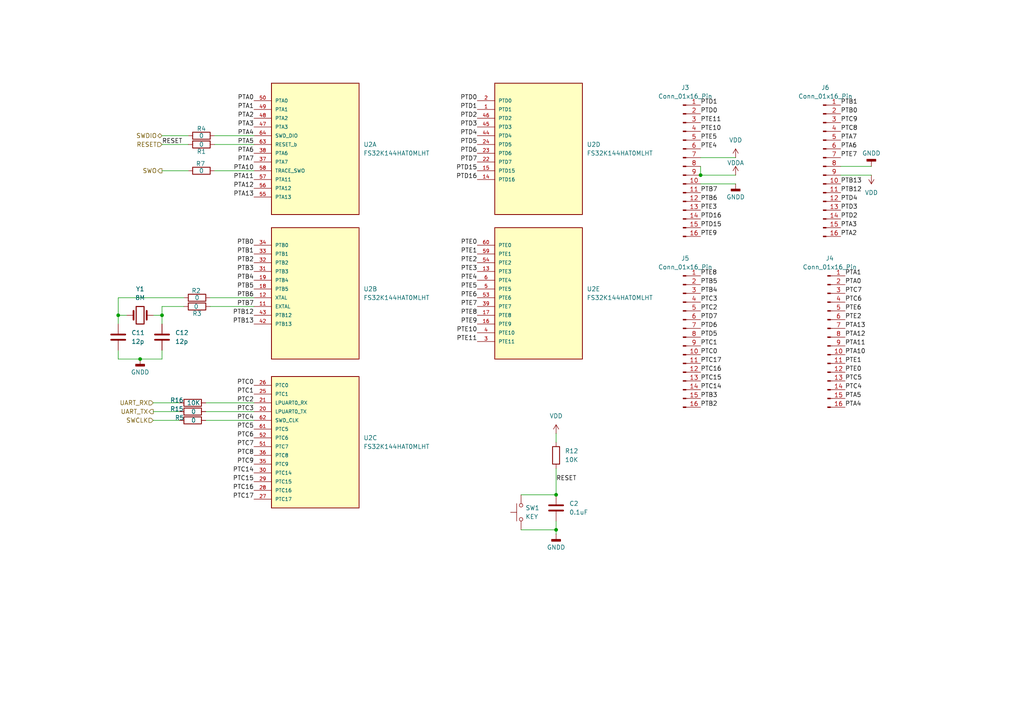
<source format=kicad_sch>
(kicad_sch (version 20231120) (generator "eeschema") (generator_version "8.0")
  (paper "A4")
  (title_block (company "WTMEC"))
  (lib_symbols
    (symbol "Connector:Conn_01x16_Pin" (pin_names (offset 1.016) hide)
      (property "Reference" "J" (at 0 20.32 0))
      (property "Value" "Conn_01x16_Pin" (at 0 -22.86 0))
      (symbol "Conn_01x16_Pin_1_1"
        (polyline (pts (xy 1.27 -20.32) (xy 0.8636 -20.32)) (stroke (width 0.1524)))
        (polyline (pts (xy 1.27 -17.78) (xy 0.8636 -17.78)) (stroke (width 0.1524)))
        (polyline (pts (xy 1.27 -15.24) (xy 0.8636 -15.24)) (stroke (width 0.1524)))
        (polyline (pts (xy 1.27 -12.7) (xy 0.8636 -12.7)) (stroke (width 0.1524)))
        (polyline (pts (xy 1.27 -10.16) (xy 0.8636 -10.16)) (stroke (width 0.1524)))
        (polyline (pts (xy 1.27 -7.62) (xy 0.8636 -7.62)) (stroke (width 0.1524)))
        (polyline (pts (xy 1.27 -5.08) (xy 0.8636 -5.08)) (stroke (width 0.1524)))
        (polyline (pts (xy 1.27 -2.54) (xy 0.8636 -2.54)) (stroke (width 0.1524)))
        (polyline (pts (xy 1.27 0) (xy 0.8636 0)) (stroke (width 0.1524)))
        (polyline (pts (xy 1.27 2.54) (xy 0.8636 2.54)) (stroke (width 0.1524)))
        (polyline (pts (xy 1.27 5.08) (xy 0.8636 5.08)) (stroke (width 0.1524)))
        (polyline (pts (xy 1.27 7.62) (xy 0.8636 7.62)) (stroke (width 0.1524)))
        (polyline (pts (xy 1.27 10.16) (xy 0.8636 10.16)) (stroke (width 0.1524)))
        (polyline (pts (xy 1.27 12.7) (xy 0.8636 12.7)) (stroke (width 0.1524)))
        (polyline (pts (xy 1.27 15.24) (xy 0.8636 15.24)) (stroke (width 0.1524)))
        (polyline (pts (xy 1.27 17.78) (xy 0.8636 17.78)) (stroke (width 0.1524)))
        (rectangle (start 0.8636 -20.193) (end 0 -20.447) (stroke (width 0.1524)) (fill (type outline)))
        (rectangle (start 0.8636 -17.653) (end 0 -17.907) (stroke (width 0.1524)) (fill (type outline)))
        (rectangle (start 0.8636 -15.113) (end 0 -15.367) (stroke (width 0.1524)) (fill (type outline)))
        (rectangle (start 0.8636 -12.573) (end 0 -12.827) (stroke (width 0.1524)) (fill (type outline)))
        (rectangle (start 0.8636 -10.033) (end 0 -10.287) (stroke (width 0.1524)) (fill (type outline)))
        (rectangle (start 0.8636 -7.493) (end 0 -7.747) (stroke (width 0.1524)) (fill (type outline)))
        (rectangle (start 0.8636 -4.953) (end 0 -5.207) (stroke (width 0.1524)) (fill (type outline)))
        (rectangle (start 0.8636 -2.413) (end 0 -2.667) (stroke (width 0.1524)) (fill (type outline)))
        (rectangle (start 0.8636 0.127) (end 0 -0.127) (stroke (width 0.1524)) (fill (type outline)))
        (rectangle (start 0.8636 2.667) (end 0 2.413) (stroke (width 0.1524)) (fill (type outline)))
        (rectangle (start 0.8636 5.207) (end 0 4.953) (stroke (width 0.1524)) (fill (type outline)))
        (rectangle (start 0.8636 7.747) (end 0 7.493) (stroke (width 0.1524)) (fill (type outline)))
        (rectangle (start 0.8636 10.287) (end 0 10.033) (stroke (width 0.1524)) (fill (type outline)))
        (rectangle (start 0.8636 12.827) (end 0 12.573) (stroke (width 0.1524)) (fill (type outline)))
        (rectangle (start 0.8636 15.367) (end 0 15.113) (stroke (width 0.1524)) (fill (type outline)))
        (rectangle (start 0.8636 17.907) (end 0 17.653) (stroke (width 0.1524)) (fill (type outline)))
        (pin passive line (at 5.08 17.78 180) (length 3.81) (name "Pin_1") (number "1"))
        (pin passive line (at 5.08 -5.08 180) (length 3.81) (name "Pin_10") (number "10"))
        (pin passive line (at 5.08 -7.62 180) (length 3.81) (name "Pin_11") (number "11"))
        (pin passive line (at 5.08 -10.16 180) (length 3.81) (name "Pin_12") (number "12"))
        (pin passive line (at 5.08 -12.7 180) (length 3.81) (name "Pin_13") (number "13"))
        (pin passive line (at 5.08 -15.24 180) (length 3.81) (name "Pin_14") (number "14"))
        (pin passive line (at 5.08 -17.78 180) (length 3.81) (name "Pin_15") (number "15"))
        (pin passive line (at 5.08 -20.32 180) (length 3.81) (name "Pin_16") (number "16"))
        (pin passive line (at 5.08 15.24 180) (length 3.81) (name "Pin_2") (number "2"))
        (pin passive line (at 5.08 12.7 180) (length 3.81) (name "Pin_3") (number "3"))
        (pin passive line (at 5.08 10.16 180) (length 3.81) (name "Pin_4") (number "4"))
        (pin passive line (at 5.08 7.62 180) (length 3.81) (name "Pin_5") (number "5"))
        (pin passive line (at 5.08 5.08 180) (length 3.81) (name "Pin_6") (number "6"))
        (pin passive line (at 5.08 2.54 180) (length 3.81) (name "Pin_7") (number "7"))
        (pin passive line (at 5.08 0 180) (length 3.81) (name "Pin_8") (number "8"))
        (pin passive line (at 5.08 -2.54 180) (length 3.81) (name "Pin_9") (number "9"))
      )
    )
    (symbol "Device:C" (pin_numbers hide) (pin_names (offset 0.254))
      (property "Reference" "C" (at 0.635 2.54 0))
      (property "Value" "C" (at 0.635 -2.54 0))
      (symbol "C_0_1"
        (polyline (pts (xy -2.032 -0.762) (xy 2.032 -0.762)) (stroke (width 0.508)))
        (polyline (pts (xy -2.032 0.762) (xy 2.032 0.762)) (stroke (width 0.508)))
      )
      (symbol "C_1_1"
        (pin passive line (at 0 3.81 270) (length 2.794) (name "~") (number "1"))
        (pin passive line (at 0 -3.81 90) (length 2.794) (name "~") (number "2"))
      )
    )
    (symbol "Device:Crystal" (pin_numbers hide) (pin_names (offset 1.016) hide)
      (property "Reference" "Y" (at 0 3.81 0))
      (property "Value" "Crystal" (at 0 -3.81 0))
      (symbol "Crystal_0_1"
        (rectangle (start -1.143 2.54) (end 1.143 -2.54) (stroke (width 0.3048)))
        (polyline (pts (xy -2.54 0) (xy -1.905 0)))
        (polyline (pts (xy -1.905 -1.27) (xy -1.905 1.27)) (stroke (width 0.508)))
        (polyline (pts (xy 1.905 -1.27) (xy 1.905 1.27)) (stroke (width 0.508)))
        (polyline (pts (xy 2.54 0) (xy 1.905 0)))
      )
      (symbol "Crystal_1_1"
        (pin passive line (at -3.81 0 0) (length 1.27) (name "1") (number "1"))
        (pin passive line (at 3.81 0 180) (length 1.27) (name "2") (number "2"))
      )
    )
    (symbol "Device:R" (pin_numbers hide) (pin_names (offset 0))
      (property "Reference" "R" (at 2.032 0 90))
      (property "Value" "R" (at 0 0 90))
      (symbol "R_0_1"
        (rectangle (start -1.016 -2.54) (end 1.016 2.54) (stroke (width 0.254)))
      )
      (symbol "R_1_1"
        (pin passive line (at 0 3.81 270) (length 1.27) (name "~") (number "1"))
        (pin passive line (at 0 -3.81 90) (length 1.27) (name "~") (number "2"))
      )
    )
    (symbol "MCU_NXP_S32K1:FS32K144HAT0MLHT" (pin_names (offset 1.016))
      (property "Reference" "U" (at -12.192 39.624 0))
      (property "Value" "FS32K144HAT0MLHT" (at -12.7 -1.016 0))
      (symbol "FS32K144HAT0MLHT_1_0"
        (rectangle (start -12.7 38.1) (end 12.7 0) (stroke (width 0.254)) (fill (type background)))
        (pin bidirectional line (at -17.78 15.24 0) (length 5.08) (name "PTA7") (number "37"))
        (pin bidirectional line (at -17.78 17.78 0) (length 5.08) (name "PTA6") (number "38"))
        (pin bidirectional line (at -17.78 25.4 0) (length 5.08) (name "PTA3") (number "47") (alternate "LPUART0_TX" bidirectional line))
        (pin bidirectional line (at -17.78 27.94 0) (length 5.08) (name "PTA2") (number "48") (alternate "LPUART0_RX" bidirectional line))
        (pin bidirectional line (at -17.78 30.48 0) (length 5.08) (name "PTA1") (number "49"))
        (pin bidirectional line (at -17.78 33.02 0) (length 5.08) (name "PTA0") (number "50"))
        (pin bidirectional line (at -17.78 5.08 0) (length 5.08) (name "PTA13") (number "55"))
        (pin bidirectional line (at -17.78 7.62 0) (length 5.08) (name "PTA12") (number "56"))
        (pin bidirectional line (at -17.78 10.16 0) (length 5.08) (name "PTA11") (number "57"))
        (pin bidirectional line (at -17.78 12.7 0) (length 5.08) (name "PTA10") (number "58") (alternate "TRACE_SWO" bidirectional line))
        (pin bidirectional line (at -17.78 20.32 0) (length 5.08) (name "PTA5") (number "63") (alternate "RESET_b" bidirectional line))
        (pin bidirectional line (at -17.78 22.86 0) (length 5.08) (name "PTA4") (number "64") (alternate "SWD_DIO" bidirectional line))
      )
      (symbol "FS32K144HAT0MLHT_2_0"
        (rectangle (start -12.7 38.1) (end 12.7 0) (stroke (width 0.254)) (fill (type background)))
        (pin bidirectional line (at -17.78 15.24 0) (length 5.08) (name "PTB7") (number "11") (alternate "EXTAL" bidirectional line))
        (pin bidirectional line (at -17.78 17.78 0) (length 5.08) (name "PTB6") (number "12") (alternate "XTAL" bidirectional line))
        (pin bidirectional line (at -17.78 20.32 0) (length 5.08) (name "PTB5") (number "18"))
        (pin bidirectional line (at -17.78 22.86 0) (length 5.08) (name "PTB4") (number "19"))
        (pin bidirectional line (at -17.78 25.4 0) (length 5.08) (name "PTB3") (number "31"))
        (pin bidirectional line (at -17.78 27.94 0) (length 5.08) (name "PTB2") (number "32"))
        (pin bidirectional line (at -17.78 30.48 0) (length 5.08) (name "PTB1") (number "33") (alternate "LPUART0_TX" bidirectional line))
        (pin bidirectional line (at -17.78 33.02 0) (length 5.08) (name "PTB0") (number "34") (alternate "LPUART0_RX" bidirectional line))
        (pin bidirectional line (at -17.78 10.16 0) (length 5.08) (name "PTB13") (number "42"))
        (pin bidirectional line (at -17.78 12.7 0) (length 5.08) (name "PTB12") (number "43"))
      )
      (symbol "FS32K144HAT0MLHT_3_0"
        (rectangle (start -12.7 38.1) (end 12.7 0) (stroke (width 0.254)) (fill (type background)))
        (pin bidirectional line (at -17.78 27.94 0) (length 5.08) (name "PTC3") (number "20") (alternate "LPUART0_TX" bidirectional line))
        (pin bidirectional line (at -17.78 30.48 0) (length 5.08) (name "PTC2") (number "21") (alternate "LPUART0_RX" bidirectional line))
        (pin bidirectional line (at -17.78 33.02 0) (length 5.08) (name "PTC1") (number "25"))
        (pin bidirectional line (at -17.78 35.56 0) (length 5.08) (name "PTC0") (number "26"))
        (pin bidirectional line (at -17.78 2.54 0) (length 5.08) (name "PTC17") (number "27"))
        (pin bidirectional line (at -17.78 5.08 0) (length 5.08) (name "PTC16") (number "28"))
        (pin bidirectional line (at -17.78 7.62 0) (length 5.08) (name "PTC15") (number "29"))
        (pin bidirectional line (at -17.78 10.16 0) (length 5.08) (name "PTC14") (number "30"))
        (pin bidirectional line (at -17.78 12.7 0) (length 5.08) (name "PTC9") (number "35"))
        (pin bidirectional line (at -17.78 15.24 0) (length 5.08) (name "PTC8") (number "36"))
        (pin bidirectional line (at -17.78 17.78 0) (length 5.08) (name "PTC7") (number "51"))
        (pin bidirectional line (at -17.78 20.32 0) (length 5.08) (name "PTC6") (number "52"))
        (pin bidirectional line (at -17.78 22.86 0) (length 5.08) (name "PTC5") (number "61"))
        (pin bidirectional line (at -17.78 25.4 0) (length 5.08) (name "PTC4") (number "62") (alternate "SWD_CLK" bidirectional line))
      )
      (symbol "FS32K144HAT0MLHT_4_0"
        (rectangle (start -12.7 38.1) (end 12.7 0) (stroke (width 0.254)) (fill (type background)))
        (pin bidirectional line (at -17.78 30.48 0) (length 5.08) (name "PTD1") (number "1"))
        (pin bidirectional line (at -17.78 10.16 0) (length 5.08) (name "PTD16") (number "14"))
        (pin bidirectional line (at -17.78 12.7 0) (length 5.08) (name "PTD15") (number "15"))
        (pin bidirectional line (at -17.78 33.02 0) (length 5.08) (name "PTD0") (number "2"))
        (pin bidirectional line (at -17.78 15.24 0) (length 5.08) (name "PTD7") (number "22"))
        (pin bidirectional line (at -17.78 17.78 0) (length 5.08) (name "PTD6") (number "23"))
        (pin bidirectional line (at -17.78 20.32 0) (length 5.08) (name "PTD5") (number "24"))
        (pin bidirectional line (at -17.78 22.86 0) (length 5.08) (name "PTD4") (number "44"))
        (pin bidirectional line (at -17.78 25.4 0) (length 5.08) (name "PTD3") (number "45"))
        (pin bidirectional line (at -17.78 27.94 0) (length 5.08) (name "PTD2") (number "46"))
      )
      (symbol "FS32K144HAT0MLHT_5_0"
        (rectangle (start -12.7 38.1) (end 12.7 0) (stroke (width 0.254)) (fill (type background)))
        (pin bidirectional line (at -17.78 25.4 0) (length 5.08) (name "PTE3") (number "13"))
        (pin bidirectional line (at -17.78 10.16 0) (length 5.08) (name "PTE9") (number "16"))
        (pin bidirectional line (at -17.78 12.7 0) (length 5.08) (name "PTE8") (number "17"))
        (pin bidirectional line (at -17.78 5.08 0) (length 5.08) (name "PTE11") (number "3"))
        (pin bidirectional line (at -17.78 15.24 0) (length 5.08) (name "PTE7") (number "39"))
        (pin bidirectional line (at -17.78 7.62 0) (length 5.08) (name "PTE10") (number "4"))
        (pin bidirectional line (at -17.78 20.32 0) (length 5.08) (name "PTE5") (number "5"))
        (pin bidirectional line (at -17.78 17.78 0) (length 5.08) (name "PTE6") (number "53"))
        (pin bidirectional line (at -17.78 27.94 0) (length 5.08) (name "PTE2") (number "54"))
        (pin bidirectional line (at -17.78 30.48 0) (length 5.08) (name "PTE1") (number "59"))
        (pin bidirectional line (at -17.78 22.86 0) (length 5.08) (name "PTE4") (number "6"))
        (pin bidirectional line (at -17.78 33.02 0) (length 5.08) (name "PTE0") (number "60"))
      )
      (symbol "FS32K144HAT0MLHT_6_0"
        (rectangle (start -12.7 38.1) (end 12.7 0) (stroke (width 0.254)) (fill (type background)))
        (pin power_in line (at -17.78 11.43 0) (length 5.08) (name "VSS") (number "10"))
        (pin power_in line (at -17.78 13.97 0) (length 5.08) (name "VSS") (number "40"))
        (pin power_in line (at -17.78 31.75 0) (length 5.08) (name "VDD") (number "41"))
        (pin power_in line (at -17.78 29.21 0) (length 5.08) (name "VDD") (number "7"))
        (pin power_in line (at 17.78 31.75 180) (length 5.08) (name "VDDA") (number "8"))
        (pin power_in line (at 17.78 13.97 180) (length 5.08) (name "VREFH") (number "9"))
      )
    )
    (symbol "Switch:SW_Push" (pin_numbers hide) (pin_names (offset 1.016) hide)
      (property "Reference" "SW" (at 1.27 2.54 0))
      (property "Value" "SW_Push" (at 0 -1.524 0))
      (symbol "SW_Push_0_1"
        (circle (center -2.032 0) (radius 0.508))
        (polyline (pts (xy 0 1.27) (xy 0 3.048)))
        (polyline (pts (xy 2.54 1.27) (xy -2.54 1.27)))
        (circle (center 2.032 0) (radius 0.508))
        (pin passive line (at -5.08 0 0) (length 2.54) (name "1") (number "1"))
        (pin passive line (at 5.08 0 180) (length 2.54) (name "2") (number "2"))
      )
    )
    (symbol "power:GNDD" (power) (pin_numbers hide) (pin_names (offset 0) hide)
      (property "Value" "GNDD" (at 0 -3.175 0))
      (symbol "GNDD_0_1"
        (rectangle (start -1.27 -1.524) (end 1.27 -2.032) (stroke (width 0.254)) (fill (type outline)))
        (polyline (pts (xy 0 0) (xy 0 -1.524)))
      )
      (symbol "GNDD_1_1"
        (pin power_in line (at 0 0 270) (length 0) (name "~") (number "1"))
      )
    )
    (symbol "power:VDD" (power) (pin_numbers hide) (pin_names (offset 0) hide)
      (property "Value" "VDD" (at 0 3.556 0))
      (symbol "VDD_0_1"
        (polyline (pts (xy -0.762 1.27) (xy 0 2.54)))
        (polyline (pts (xy 0 0) (xy 0 2.54)))
        (polyline (pts (xy 0 2.54) (xy 0.762 1.27)))
      )
      (symbol "VDD_1_1"
        (pin power_in line (at 0 0 90) (length 0) (name "~") (number "1"))
      )
    )
    (symbol "power:VDDA" (power) (pin_numbers hide) (pin_names (offset 0) hide)
      (property "Value" "VDDA" (at 0 3.556 0))
      (symbol "VDDA_0_1"
        (polyline (pts (xy -0.762 1.27) (xy 0 2.54)))
        (polyline (pts (xy 0 0) (xy 0 2.54)))
        (polyline (pts (xy 0 2.54) (xy 0.762 1.27)))
      )
      (symbol "VDDA_1_1"
        (pin power_in line (at 0 0 90) (length 0) (name "~") (number "1"))
      )
    )
  )
  (junction (at 34.29 91.44))
  (junction (at 203.2 50.8))
  (junction (at 46.99 91.44))
  (junction (at 40.64 104.14))
  (junction (at 161.29 153.67))
  (junction (at 161.29 143.51))
  (wire (pts (xy 151.13 153.67) (xy 161.29 153.67)))
  (wire (pts (xy 161.29 135.89) (xy 161.29 143.51)))
  (wire (pts (xy 46.99 88.9) (xy 46.99 91.44)))
  (wire (pts (xy 243.84 48.26) (xy 252.73 48.26)))
  (wire (pts (xy 60.96 88.9) (xy 73.66 88.9)))
  (wire (pts (xy 34.29 91.44) (xy 34.29 93.98)))
  (wire (pts (xy 44.45 121.92) (xy 52.07 121.92)))
  (wire (pts (xy 46.99 39.37) (xy 54.61 39.37)))
  (wire (pts (xy 203.2 45.72) (xy 213.36 45.72)))
  (wire (pts (xy 34.29 86.36) (xy 34.29 91.44)))
  (wire (pts (xy 60.96 86.36) (xy 73.66 86.36)))
  (wire (pts (xy 62.23 41.91) (xy 73.66 41.91)))
  (wire (pts (xy 161.29 125.73) (xy 161.29 128.27)))
  (wire (pts (xy 161.29 151.13) (xy 161.29 153.67)))
  (wire (pts (xy 59.69 119.38) (xy 73.66 119.38)))
  (wire (pts (xy 46.99 101.6) (xy 46.99 104.14)))
  (wire (pts (xy 44.45 91.44) (xy 46.99 91.44)))
  (wire (pts (xy 62.23 39.37) (xy 73.66 39.37)))
  (wire (pts (xy 46.99 41.91) (xy 54.61 41.91)))
  (wire (pts (xy 203.2 50.8) (xy 213.36 50.8)))
  (wire (pts (xy 40.64 104.14) (xy 34.29 104.14)))
  (wire (pts (xy 53.34 88.9) (xy 46.99 88.9)))
  (wire (pts (xy 53.34 86.36) (xy 34.29 86.36)))
  (wire (pts (xy 161.29 153.67) (xy 161.29 154.94)))
  (wire (pts (xy 203.2 53.34) (xy 213.36 53.34)))
  (wire (pts (xy 46.99 104.14) (xy 40.64 104.14)))
  (wire (pts (xy 36.83 91.44) (xy 34.29 91.44)))
  (wire (pts (xy 59.69 116.84) (xy 73.66 116.84)))
  (wire (pts (xy 151.13 143.51) (xy 161.29 143.51)))
  (wire (pts (xy 46.99 91.44) (xy 46.99 93.98)))
  (wire (pts (xy 203.2 48.26) (xy 203.2 50.8)))
  (wire (pts (xy 44.45 119.38) (xy 52.07 119.38)))
  (wire (pts (xy 62.23 49.53) (xy 73.66 49.53)))
  (wire (pts (xy 34.29 104.14) (xy 34.29 101.6)))
  (wire (pts (xy 243.84 50.8) (xy 252.73 50.8)))
  (wire (pts (xy 59.69 121.92) (xy 73.66 121.92)))
  (wire (pts (xy 46.99 49.53) (xy 54.61 49.53)))
  (wire (pts (xy 44.45 116.84) (xy 52.07 116.84)))
  (label "PTA0" (at 245.11 82.55 0))
  (label "PTC15" (at 203.2 110.49 0))
  (label "PTB5" (at 203.2 82.55 0))
  (label "PTB13" (at 73.66 93.98 180))
  (label "PTC15" (at 73.66 139.7 180))
  (label "PTB2" (at 73.66 76.2 180))
  (label "PTC6" (at 73.66 127 180))
  (label "PTD4" (at 243.84 58.42 0))
  (label "PTE5" (at 138.43 83.82 180))
  (label "PTC1" (at 73.66 114.3 180))
  (label "PTA3" (at 73.66 36.83 180))
  (label "PTE9" (at 203.2 68.58 0))
  (label "PTD6" (at 138.43 44.45 180))
  (label "PTD5" (at 203.2 97.79 0))
  (label "PTA13" (at 73.66 57.15 180))
  (label "PTE2" (at 138.43 76.2 180))
  (label "PTD3" (at 138.43 36.83 180))
  (label "PTC7" (at 73.66 129.54 180))
  (label "PTE8" (at 138.43 91.44 180))
  (label "PTC2" (at 73.66 116.84 180))
  (label "PTC9" (at 243.84 35.56 0))
  (label "PTE6" (at 138.43 86.36 180))
  (label "PTE2" (at 245.11 92.71 0))
  (label "PTB6" (at 203.2 58.42 0))
  (label "PTC4" (at 73.66 121.92 180))
  (label "PTA12" (at 73.66 54.61 180))
  (label "PTE11" (at 138.43 99.06 180))
  (label "PTD7" (at 203.2 92.71 0))
  (label "PTE4" (at 138.43 81.28 180))
  (label "PTA12" (at 245.11 97.79 0))
  (label "PTC9" (at 73.66 134.62 180))
  (label "PTB12" (at 73.66 91.44 180))
  (label "PTC16" (at 203.2 107.95 0))
  (label "PTC3" (at 73.66 119.38 180))
  (label "PTA10" (at 73.66 49.53 180))
  (label "PTA5" (at 73.66 41.91 180))
  (label "PTC16" (at 73.66 142.24 180))
  (label "PTC8" (at 243.84 38.1 0))
  (label "PTA4" (at 245.11 118.11 0))
  (label "PTE0" (at 138.43 71.12 180))
  (label "PTE1" (at 138.43 73.66 180))
  (label "PTE7" (at 243.84 45.72 0))
  (label "PTC17" (at 73.66 144.78 180))
  (label "PTA11" (at 245.11 100.33 0))
  (label "PTE10" (at 203.2 38.1 0))
  (label "PTB3" (at 203.2 115.57 0))
  (label "PTD7" (at 138.43 46.99 180))
  (label "PTA6" (at 73.66 44.45 180))
  (label "PTA3" (at 243.84 66.04 0))
  (label "PTC2" (at 203.2 90.17 0))
  (label "PTB0" (at 243.84 33.02 0))
  (label "RESET" (at 161.29 139.7 0))
  (label "PTD3" (at 243.84 60.96 0))
  (label "PTD1" (at 203.2 30.48 0))
  (label "PTC4" (at 245.11 113.03 0))
  (label "PTD15" (at 138.43 49.53 180))
  (label "PTB1" (at 73.66 73.66 180))
  (label "PTE7" (at 138.43 88.9 180))
  (label "PTE11" (at 203.2 35.56 0))
  (label "PTC1" (at 203.2 100.33 0))
  (label "PTA7" (at 73.66 46.99 180))
  (label "PTA0" (at 73.66 29.21 180))
  (label "PTB1" (at 243.84 30.48 0))
  (label "PTA2" (at 243.84 68.58 0))
  (label "PTC17" (at 203.2 105.41 0))
  (label "PTE3" (at 203.2 60.96 0))
  (label "PTB12" (at 243.84 55.88 0))
  (label "PTB2" (at 203.2 118.11 0))
  (label "PTB0" (at 73.66 71.12 180))
  (label "PTE9" (at 138.43 93.98 180))
  (label "PTA6" (at 243.84 43.18 0))
  (label "PTE1" (at 245.11 105.41 0))
  (label "PTB6" (at 73.66 86.36 180))
  (label "PTD0" (at 203.2 33.02 0))
  (label "PTD1" (at 138.43 31.75 180))
  (label "PTA2" (at 73.66 34.29 180))
  (label "PTC14" (at 203.2 113.03 0))
  (label "PTA10" (at 245.11 102.87 0))
  (label "PTB4" (at 203.2 85.09 0))
  (label "PTD5" (at 138.43 41.91 180))
  (label "PTC7" (at 245.11 85.09 0))
  (label "RESET" (at 46.99 41.91 0))
  (label "PTB13" (at 243.84 53.34 0))
  (label "PTC6" (at 245.11 87.63 0))
  (label "PTC0" (at 203.2 102.87 0))
  (label "PTC3" (at 203.2 87.63 0))
  (label "PTE0" (at 245.11 107.95 0))
  (label "PTA11" (at 73.66 52.07 180))
  (label "PTB3" (at 73.66 78.74 180))
  (label "PTA13" (at 245.11 95.25 0))
  (label "PTD4" (at 138.43 39.37 180))
  (label "PTC5" (at 245.11 110.49 0))
  (label "PTE3" (at 138.43 78.74 180))
  (label "PTB7" (at 73.66 88.9 180))
  (label "PTA1" (at 73.66 31.75 180))
  (label "PTD6" (at 203.2 95.25 0))
  (label "PTE8" (at 203.2 80.01 0))
  (label "PTD15" (at 203.2 66.04 0))
  (label "PTD2" (at 243.84 63.5 0))
  (label "PTC14" (at 73.66 137.16 180))
  (label "PTD16" (at 203.2 63.5 0))
  (label "PTA7" (at 243.84 40.64 0))
  (label "PTD0" (at 138.43 29.21 180))
  (label "PTB4" (at 73.66 81.28 180))
  (label "PTE5" (at 203.2 40.64 0))
  (label "PTB7" (at 203.2 55.88 0))
  (label "PTE6" (at 245.11 90.17 0))
  (label "PTB5" (at 73.66 83.82 180))
  (label "PTC5" (at 73.66 124.46 180))
  (label "PTA1" (at 245.11 80.01 0))
  (label "PTE4" (at 203.2 43.18 0))
  (label "PTD16" (at 138.43 52.07 180))
  (label "PTC0" (at 73.66 111.76 180))
  (label "PTC8" (at 73.66 132.08 180))
  (label "PTA5" (at 245.11 115.57 0))
  (label "PTA4" (at 73.66 39.37 180))
  (label "PTD2" (at 138.43 34.29 180))
  (label "PTE10" (at 138.43 96.52 180))
  (hierarchical_label "SWDIO" (shape bidirectional) (at 46.99 39.37 180))
  (hierarchical_label "UART_TX" (shape output) (at 44.45 119.38 180))
  (hierarchical_label "UART_RX" (shape input) (at 44.45 116.84 180))
  (hierarchical_label "RESET" (shape input) (at 46.99 41.91 180))
  (hierarchical_label "SWO" (shape output) (at 46.99 49.53 180))
  (hierarchical_label "SWCLK" (shape input) (at 44.45 121.92 180))
  (symbol (lib_id "Connector:Conn_01x16_Pin") (at 240.03 97.79 0) (unit 1)
    (property "Reference" "J4" (at 240.665 74.93 0))
    (property "Value" "Conn_01x16_Pin" (at 240.665 77.47 0))
    (property "Footprint" "Connector_PinHeader_2.54mm:PinHeader_2x08_P2.54mm_Vertical" (effects (hide yes)))
    (property "Description" "Generic connector, single row, 01x16, script generated" (effects (hide yes)))
  )
  (symbol (lib_id "power:GNDD") (at 161.29 154.94 0) (unit 1)
    (property "Reference" "#PWR07" (effects (hide yes)))
    (property "Value" "GNDD" (at 161.29 158.75 0))
    (property "Description" "Power symbol creates a global label with name \"GNDD\" , digital ground" (effects (hide yes)))
  )
  (symbol (lib_id "power:VDD") (at 252.73 50.8 0) (mirror x) (unit 1)
    (property "Reference" "#PWR011" (effects (hide yes)))
    (property "Value" "VDD" (at 252.73 55.88 0))
    (property "Description" "Power symbol creates a global label with name \"VDD\"" (effects (hide yes)))
  )
  (symbol (lib_id "power:GNDD") (at 213.36 53.34 0) (unit 1)
    (property "Reference" "#PWR010" (effects (hide yes)))
    (property "Value" "GNDD" (at 213.36 57.15 0))
    (property "Description" "Power symbol creates a global label with name \"GNDD\" , digital ground" (effects (hide yes)))
  )
  (symbol (lib_id "MCU_NXP_S32K1:FS32K144HAT0MLHT") (at 91.44 62.23 0) (unit 1)
    (property "Reference" "U2" (at 105.41 41.9099 0) (effects (justify left)))
    (property "Value" "FS32K144HAT0MLHT" (at 105.41 44.4499 0) (effects (justify left)))
    (property "Footprint" "Package_QFP:LQFP-64_10x10mm_P0.5mm" (effects (hide yes)))
    (property "Datasheet" "https://www.nxp.com/docs/en/data-sheet/S32K1xx.pdf" (effects (hide yes)))
    (property "Description" "ARM® Cortex®-M4F S32K Microcontroller IC 32-Bit Single-Core 80MHz 512KB (512K x 8) FLASH 64-LQFP (10x10)" (effects (hide yes)))
    (property "MANUFACTURER" "NXP Semiconductors" (effects (hide yes)))
    (property "MAXIMUM_PACKAGE_HEIGHT" "1.6mm" (effects (hide yes)))
    (property "Package" "LQFP-64 NXP" (effects (hide yes)))
    (property "STANDARD" "IPC-7351B" (effects (hide yes)))
    (pin "64" (alternate "SWD_DIO"))
    (pin "63" (alternate "RESET_b"))
    (pin "58" (alternate "TRACE_SWO"))
  )
  (symbol (lib_id "power:GNDD") (at 252.73 48.26 0) (mirror x) (unit 1)
    (property "Reference" "#PWR012" (effects (hide yes)))
    (property "Value" "GNDD" (at 252.73 44.45 0))
    (property "Description" "Power symbol creates a global label with name \"GNDD\" , digital ground" (effects (hide yes)))
  )
  (symbol (lib_id "power:GNDD") (at 40.64 104.14 0) (unit 1)
    (property "Reference" "#PWR05" (effects (hide yes)))
    (property "Value" "GNDD" (at 40.64 107.95 0))
    (property "Description" "Power symbol creates a global label with name \"GNDD\" , digital ground" (effects (hide yes)))
  )
  (symbol (lib_id "Switch:SW_Push") (at 151.13 148.59 90) (unit 1)
    (property "Reference" "SW1" (at 152.4 147.3199 90) (effects (justify right)))
    (property "Value" "KEY" (at 152.4 149.8599 90) (effects (justify right)))
    (property "Footprint" "Button_Switch_THT:SW_PUSH_6mm_H4.3mm" (effects (hide yes)))
    (property "Description" "Push button switch, generic, two pins" (effects (hide yes)))
  )
  (symbol (lib_id "Connector:Conn_01x16_Pin") (at 198.12 97.79 0) (unit 1)
    (property "Reference" "J5" (at 198.755 74.93 0))
    (property "Value" "Conn_01x16_Pin" (at 198.755 77.47 0))
    (property "Footprint" "Connector_PinHeader_2.54mm:PinHeader_2x08_P2.54mm_Vertical" (effects (hide yes)))
    (property "Description" "Generic connector, single row, 01x16, script generated" (effects (hide yes)))
  )
  (symbol (lib_id "Device:C") (at 34.29 97.79 0) (unit 1)
    (property "Reference" "C11" (at 38.1 96.5199 0) (effects (justify left)))
    (property "Value" "12p" (at 38.1 99.0599 0) (effects (justify left)))
    (property "Footprint" "Capacitor_SMD:C_0805_2012Metric" (effects (hide yes)))
    (property "Description" "Unpolarized capacitor" (effects (hide yes)))
  )
  (symbol (lib_id "Device:C") (at 46.99 97.79 0) (unit 1)
    (property "Reference" "C12" (at 50.8 96.5199 0) (effects (justify left)))
    (property "Value" "12p" (at 50.8 99.0599 0) (effects (justify left)))
    (property "Footprint" "Capacitor_SMD:C_0805_2012Metric" (effects (hide yes)))
    (property "Description" "Unpolarized capacitor" (effects (hide yes)))
  )
  (symbol (lib_id "Device:R") (at 55.88 116.84 90) (unit 1)
    (property "Reference" "R16" (at 51.308 116.078 90))
    (property "Value" "10K" (at 56.134 116.84 90))
    (property "Footprint" "Resistor_SMD:R_0805_2012Metric" (effects (hide yes)))
    (property "Description" "Resistor" (effects (hide yes)))
  )
  (symbol (lib_id "Device:Crystal") (at 40.64 91.44 0) (unit 1)
    (property "Reference" "Y1" (at 40.64 83.82 0))
    (property "Value" "8M" (at 40.64 86.36 0))
    (property "Footprint" "Crystal:Crystal_HC49-4H_Vertical" (effects (hide yes)))
    (property "Description" "Two pin crystal" (effects (hide yes)))
  )
  (symbol (lib_id "MCU_NXP_S32K1:FS32K144HAT0MLHT") (at 156.21 104.14 0) (unit 5)
    (property "Reference" "U2" (at 170.18 83.8199 0) (effects (justify left)))
    (property "Value" "FS32K144HAT0MLHT" (at 170.18 86.3599 0) (effects (justify left)))
    (property "Footprint" "Package_QFP:LQFP-64_10x10mm_P0.5mm" (effects (hide yes)))
    (property "Datasheet" "https://www.nxp.com/docs/en/data-sheet/S32K1xx.pdf" (effects (hide yes)))
    (property "Description" "ARM® Cortex®-M4F S32K Microcontroller IC 32-Bit Single-Core 80MHz 512KB (512K x 8) FLASH 64-LQFP (10x10)" (effects (hide yes)))
    (property "MANUFACTURER" "NXP Semiconductors" (effects (hide yes)))
    (property "MAXIMUM_PACKAGE_HEIGHT" "1.6mm" (effects (hide yes)))
    (property "Package" "LQFP-64 NXP" (effects (hide yes)))
    (property "STANDARD" "IPC-7351B" (effects (hide yes)))
  )
  (symbol (lib_id "Connector:Conn_01x16_Pin") (at 238.76 48.26 0) (unit 1)
    (property "Reference" "J6" (at 239.395 25.4 0))
    (property "Value" "Conn_01x16_Pin" (at 239.395 27.94 0))
    (property "Footprint" "Connector_PinHeader_2.54mm:PinHeader_2x08_P2.54mm_Vertical" (effects (hide yes)))
    (property "Description" "Generic connector, single row, 01x16, script generated" (effects (hide yes)))
  )
  (symbol (lib_id "Device:R") (at 58.42 39.37 90) (unit 1)
    (property "Reference" "R4" (at 58.42 37.338 90))
    (property "Value" "0" (at 58.42 39.37 90))
    (property "Footprint" "Resistor_SMD:R_0805_2012Metric" (effects (hide yes)))
    (property "Description" "Resistor" (effects (hide yes)))
  )
  (symbol (lib_id "Device:R") (at 58.42 49.53 90) (unit 1)
    (property "Reference" "R7" (at 58.166 47.498 90))
    (property "Value" "0" (at 58.42 49.53 90))
    (property "Footprint" "Resistor_SMD:R_0805_2012Metric" (effects (hide yes)))
    (property "Description" "Resistor" (effects (hide yes)))
  )
  (symbol (lib_id "Connector:Conn_01x16_Pin") (at 198.12 48.26 0) (unit 1)
    (property "Reference" "J3" (at 198.755 25.4 0))
    (property "Value" "Conn_01x16_Pin" (at 198.755 27.94 0))
    (property "Footprint" "Connector_PinHeader_2.54mm:PinHeader_2x08_P2.54mm_Vertical" (effects (hide yes)))
    (property "Description" "Generic connector, single row, 01x16, script generated" (effects (hide yes)))
  )
  (symbol (lib_id "power:VDD") (at 161.29 125.73 0) (unit 1)
    (property "Reference" "#PWR06" (effects (hide yes)))
    (property "Value" "VDD" (at 161.29 120.65 0))
    (property "Description" "Power symbol creates a global label with name \"VDD\"" (effects (hide yes)))
  )
  (symbol (lib_id "Device:R") (at 55.88 121.92 90) (unit 1)
    (property "Reference" "R5" (at 52.07 121.158 90))
    (property "Value" "0" (at 56.134 121.92 90))
    (property "Footprint" "Resistor_SMD:R_0805_2012Metric" (effects (hide yes)))
    (property "Description" "Resistor" (effects (hide yes)))
  )
  (symbol (lib_id "MCU_NXP_S32K1:FS32K144HAT0MLHT") (at 156.21 62.23 0) (unit 4)
    (property "Reference" "U2" (at 170.18 41.9099 0) (effects (justify left)))
    (property "Value" "FS32K144HAT0MLHT" (at 170.18 44.4499 0) (effects (justify left)))
    (property "Footprint" "Package_QFP:LQFP-64_10x10mm_P0.5mm" (effects (hide yes)))
    (property "Datasheet" "https://www.nxp.com/docs/en/data-sheet/S32K1xx.pdf" (effects (hide yes)))
    (property "Description" "ARM® Cortex®-M4F S32K Microcontroller IC 32-Bit Single-Core 80MHz 512KB (512K x 8) FLASH 64-LQFP (10x10)" (effects (hide yes)))
    (property "MANUFACTURER" "NXP Semiconductors" (effects (hide yes)))
    (property "MAXIMUM_PACKAGE_HEIGHT" "1.6mm" (effects (hide yes)))
    (property "Package" "LQFP-64 NXP" (effects (hide yes)))
    (property "STANDARD" "IPC-7351B" (effects (hide yes)))
  )
  (symbol (lib_id "Device:C") (at 161.29 147.32 0) (unit 1)
    (property "Reference" "C2" (at 165.1 146.0499 0) (effects (justify left)))
    (property "Value" "0.1uF" (at 165.1 148.5899 0) (effects (justify left)))
    (property "Footprint" "Capacitor_SMD:C_0805_2012Metric" (effects (hide yes)))
    (property "Description" "Unpolarized capacitor" (effects (hide yes)))
  )
  (symbol (lib_id "Device:R") (at 58.42 41.91 90) (unit 1)
    (property "Reference" "R1" (at 58.42 43.942 90))
    (property "Value" "0" (at 58.42 41.91 90))
    (property "Footprint" "Resistor_SMD:R_0805_2012Metric" (effects (hide yes)))
    (property "Description" "Resistor" (effects (hide yes)))
  )
  (symbol (lib_id "Device:R") (at 57.15 88.9 270) (unit 1)
    (property "Reference" "R3" (at 57.15 90.932 90))
    (property "Value" "0" (at 56.896 88.9 90))
    (property "Footprint" "Resistor_SMD:R_0805_2012Metric" (effects (hide yes)))
    (property "Description" "Resistor" (effects (hide yes)))
  )
  (symbol (lib_id "Device:R") (at 55.88 119.38 90) (unit 1)
    (property "Reference" "R15" (at 51.308 118.618 90))
    (property "Value" "0" (at 56.134 119.38 90))
    (property "Footprint" "Resistor_SMD:R_0805_2012Metric" (effects (hide yes)))
    (property "Description" "Resistor" (effects (hide yes)))
  )
  (symbol (lib_id "MCU_NXP_S32K1:FS32K144HAT0MLHT") (at 91.44 147.32 0) (unit 3)
    (property "Reference" "U2" (at 105.41 126.9999 0) (effects (justify left)))
    (property "Value" "FS32K144HAT0MLHT" (at 105.41 129.5399 0) (effects (justify left)))
    (property "Footprint" "Package_QFP:LQFP-64_10x10mm_P0.5mm" (effects (hide yes)))
    (property "Datasheet" "https://www.nxp.com/docs/en/data-sheet/S32K1xx.pdf" (effects (hide yes)))
    (property "Description" "ARM® Cortex®-M4F S32K Microcontroller IC 32-Bit Single-Core 80MHz 512KB (512K x 8) FLASH 64-LQFP (10x10)" (effects (hide yes)))
    (property "MANUFACTURER" "NXP Semiconductors" (effects (hide yes)))
    (property "MAXIMUM_PACKAGE_HEIGHT" "1.6mm" (effects (hide yes)))
    (property "Package" "LQFP-64 NXP" (effects (hide yes)))
    (property "STANDARD" "IPC-7351B" (effects (hide yes)))
    (pin "21" (alternate "LPUART0_RX"))
    (pin "62" (alternate "SWD_CLK"))
    (pin "20" (alternate "LPUART0_TX"))
  )
  (symbol (lib_id "Device:R") (at 161.29 132.08 0) (unit 1)
    (property "Reference" "R12" (at 163.83 130.8099 0) (effects (justify left)))
    (property "Value" "10K" (at 163.83 133.3499 0) (effects (justify left)))
    (property "Footprint" "Resistor_SMD:R_0805_2012Metric" (effects (hide yes)))
    (property "Description" "Resistor" (effects (hide yes)))
  )
  (symbol (lib_id "Device:R") (at 57.15 86.36 270) (unit 1)
    (property "Reference" "R2" (at 56.896 84.328 90))
    (property "Value" "0" (at 57.15 86.36 90))
    (property "Footprint" "Resistor_SMD:R_0805_2012Metric" (effects (hide yes)))
    (property "Description" "Resistor" (effects (hide yes)))
  )
  (symbol (lib_id "power:VDDA") (at 213.36 50.8 0) (unit 1)
    (property "Reference" "#PWR09" (effects (hide yes)))
    (property "Value" "VDDA" (at 213.36 47.244 0))
    (property "Description" "Power symbol creates a global label with name \"VDDA\"" (effects (hide yes)))
  )
  (symbol (lib_id "MCU_NXP_S32K1:FS32K144HAT0MLHT") (at 91.44 104.14 0) (unit 2)
    (property "Reference" "U2" (at 105.41 83.8199 0) (effects (justify left)))
    (property "Value" "FS32K144HAT0MLHT" (at 105.41 86.3599 0) (effects (justify left)))
    (property "Footprint" "Package_QFP:LQFP-64_10x10mm_P0.5mm" (effects (hide yes)))
    (property "Datasheet" "https://www.nxp.com/docs/en/data-sheet/S32K1xx.pdf" (effects (hide yes)))
    (property "Description" "ARM® Cortex®-M4F S32K Microcontroller IC 32-Bit Single-Core 80MHz 512KB (512K x 8) FLASH 64-LQFP (10x10)" (effects (hide yes)))
    (property "MANUFACTURER" "NXP Semiconductors" (effects (hide yes)))
    (property "MAXIMUM_PACKAGE_HEIGHT" "1.6mm" (effects (hide yes)))
    (property "Package" "LQFP-64 NXP" (effects (hide yes)))
    (property "STANDARD" "IPC-7351B" (effects (hide yes)))
    (pin "11" (alternate "EXTAL"))
    (pin "12" (alternate "XTAL"))
  )
  (symbol (lib_id "power:VDD") (at 213.36 45.72 0) (unit 1)
    (property "Reference" "#PWR08" (effects (hide yes)))
    (property "Value" "VDD" (at 213.36 40.64 0))
    (property "Description" "Power symbol creates a global label with name \"VDD\"" (effects (hide yes)))
  )
)
</source>
